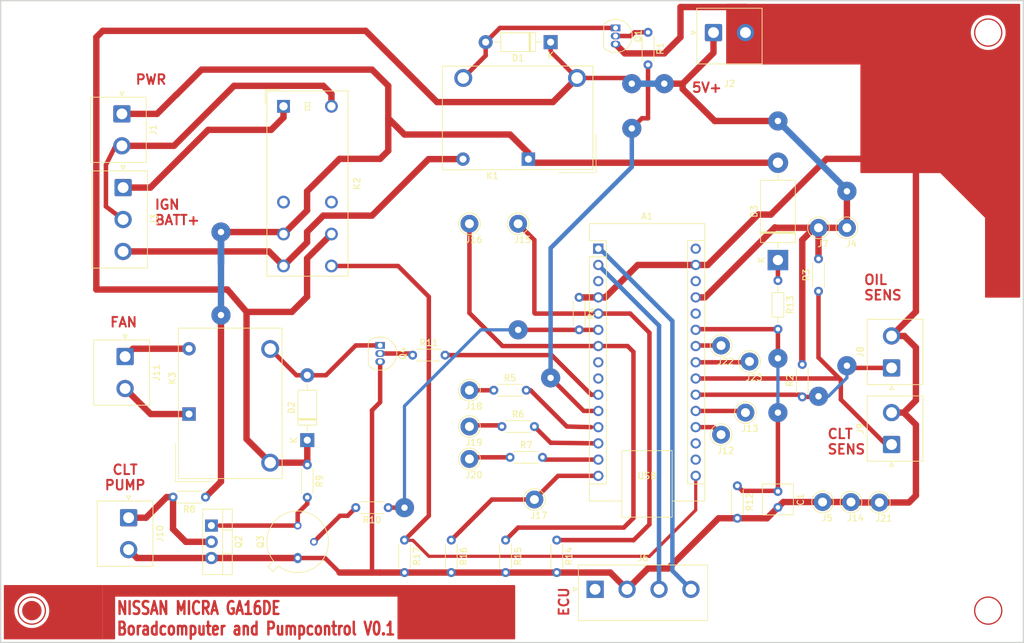
<source format=kicad_pcb>
(kicad_pcb (version 20241229) (generator "pcbnew") (generator_version "9.0")
  (layers (0 "F.Cu" signal) (2 "B.Cu" signal) (13 "F.Paste" user) (15 "B.Paste" user) (5 "F.SilkS" user "F.Silkscreen") (7 "B.SilkS" user "B.Silkscreen") (1 "F.Mask" user) (3 "B.Mask" user) (25 "Edge.Cuts" user))
  (net 0 "")
  (net 1 "+5V")
  (net 2 "/ECU RX")
  (net 3 "/ECU TX")
  (net 4 "GND")
  (net 5 "/Button 2")
  (net 9 "PWM Pump")
  (net 10 "/Oil Temp")
  (net 13 "/Status LED Blue")
  (net 14 "/Ign On")
  (net 15 "/Status LED Red")
  (net 17 "/Status LED Green")
  (net 18 "/Button 3")
  (net 19 "OUT Afterrun")
  (net 20 "/OLED B")
  (net 21 "/Button 1")
  (net 22 "/Ref High")
  (net 25 "/Water Temp")
  (net 26 "/BATT Vin")
  (net 27 "Fan")
  (net 28 "/Ref Low")
  (net 29 "/OLED A")
  (net 30 "Net-(D1-A)")
  (net 31 "Net-(D2-A)")
  (net 32 "Net-(D3-K)")
  (net 33 "+12V")
  (net 34 "/CHASSIS GROUND")
  (net 35 "/+12V BATT")
  (net 36 "/IGNITION")
  (net 38 "Net-(J10-Pin_1)")
  (net 39 "Net-(J11-Pin_1)")
  (net 40 "Net-(J11-Pin_2)")
  (net 41 "Net-(J18-Pin_1)")
  (net 42 "Net-(J19-Pin_1)")
  (net 43 "Net-(J20-Pin_1)")
  (net 46 "Net-(Q1-B)")
  (net 47 "Net-(Q2-G)")
  (net 48 "Net-(Q3-B)")
  (net 49 "Net-(Q4-B)")
  (footprint "Connector_JST:JST_NV_B02P-NV_1x02_P5.00mm_Vertical" (layer "F.Cu") (at 182.88 109.5 90)
    (property "Reference" "J9")
    (property "Value" "Conn_01x02")
  )
  (footprint "Resistor_THT:R_Axial_DIN0204_L3.6mm_D1.6mm_P5.08mm_Horizontal" (layer "F.Cu") (at 122.5 124.46 -90)
    (property "Reference" "R15")
    (property "Value" "10K")
  )
  (footprint "TestPoint:TestPoint_Loop_D2.60mm_Drill1.4mm_Beaded" (layer "F.Cu") (at 160.02 104.5)
    (property "Reference" "J13")
    (property "Value" "RV High")
  )
  (footprint "Resistor_THT:R_Axial_DIN0204_L3.6mm_D1.6mm_P5.08mm_Horizontal" (layer "F.Cu") (at 104.14 119.38 180)
    (property "Reference" "R10")
    (property "Value" "10K")
  )
  (footprint "Relay_THT:Relay_DPDT_Omron_G2RL-2" (layer "F.Cu") (at 87.7525 56.5425)
    (property "Reference" "K2")
    (property "Value" "G2RL-2")
  )
  (footprint "Resistor_THT:R_Axial_DIN0204_L3.6mm_D1.6mm_P5.08mm_Horizontal" (layer "F.Cu") (at 120.65 101)
    (property "Reference" "R5")
    (property "Value" "220")
  )
  (footprint "Resistor_THT:R_Axial_DIN0204_L3.6mm_D1.6mm_P5.08mm_Horizontal" (layer "F.Cu") (at 114 124.46 -90)
    (property "Reference" "R16")
    (property "Value" "10K")
  )
  (footprint "Resistor_THT:R_Axial_DIN0204_L3.6mm_D1.6mm_P5.08mm_Horizontal" (layer "F.Cu") (at 171.45 85.5 90)
    (property "Reference" "R3")
    (property "Value" "2K7")
  )
  (footprint "Diode_THT:D_DO-41_SOD81_P10.16mm_Horizontal" (layer "F.Cu") (at 91.47 108.81 90)
    (property "Reference" "D2")
    (property "Value" "1N4001")
  )
  (footprint "Connector_JST:JST_NV_B02P-NV_1x02_P5.00mm_Vertical" (layer "F.Cu") (at 63.52 120.9525 -90)
    (property "Reference" "J10")
    (property "Value" "Conn_01x02")
  )
  (footprint "TestPoint:TestPoint_Loop_D2.60mm_Drill1.4mm_Beaded" (layer "F.Cu") (at 176.53 118.5)
    (property "Reference" "J14")
    (property "Value" "GND")
  )
  (footprint "TestPoint:TestPoint_Loop_D2.60mm_Drill1.4mm_Beaded" (layer "F.Cu") (at 171.45 75.565)
    (property "Reference" "J7")
    (property "Value" "5V")
  )
  (footprint "TestPoint:TestPoint_Loop_D2.60mm_Drill1.4mm_Beaded" (layer "F.Cu") (at 172.085 118.5)
    (property "Reference" "J5")
    (property "Value" "GND")
  )
  (footprint "Package_TO_SOT_THT:TO-220-3_Vertical" (layer "F.Cu") (at 76.47 122.19 -90)
    (property "Reference" "Q2")
    (property "Value" "IRL520NPBF")
  )
  (footprint "Diode_THT:D_DO-41_SOD81_P10.16mm_Horizontal" (layer "F.Cu") (at 129.54 46.5 180)
    (property "Reference" "D1")
    (property "Value" "1N4001")
  )
  (footprint "TestPoint:TestPoint_Loop_D2.60mm_Drill1.4mm_Beaded" (layer "F.Cu") (at 116.84 101)
    (property "Reference" "J18")
    (property "Value" "RGB LED RED")
  )
  (footprint "TestPoint:TestPoint_Loop_D2.60mm_Drill1.4mm_Beaded" (layer "F.Cu") (at 124.46 74.93)
    (property "Reference" "J15")
    (property "Value" "Button 1")
  )
  (footprint "Package_TO_SOT_THT:TO-39-3" (layer "F.Cu") (at 89.97 127.27 90)
    (property "Reference" "Q3")
    (property "Value" "2N2222")
  )
  (footprint "Resistor_THT:R_Axial_DIN0204_L3.6mm_D1.6mm_P5.08mm_Horizontal" (layer "F.Cu") (at 134 86.46 -90)
    (property "Reference" "R4")
    (property "Value" "220")
  )
  (footprint "Connector_JST:JST_NV_B02P-NV_1x02_P5.00mm_Vertical" (layer "F.Cu") (at 182.88 97.5 90)
    (property "Reference" "J8")
    (property "Value" "Conn_01x02")
  )
  (footprint "Connector_JST:JST_NV_B02P-NV_1x02_P5.00mm_Vertical" (layer "F.Cu") (at 62.47 57.73 -90)
    (property "Reference" "J1")
    (property "Value" "Conn_01x02")
  )
  (footprint "Diode_THT:D_DO-201AD_P15.24mm_Horizontal" (layer "F.Cu") (at 165.1 80.62 90)
    (property "Reference" "D3")
    (property "Value" "SB530TA")
  )
  (footprint "THT_Relay:Relay_SPST_Zettler-AZSR131" (layer "F.Cu") (at 132.8525 64.1325 180)
    (property "Reference" "K1")
    (property "Value" "Relay_SPST-NO_AFE")
  )
  (footprint "THT_Relay:Relay_SPST_Zettler-AZSR131" (layer "F.Cu") (at 73.65 111.52 90)
    (property "Reference" "K3")
    (property "Value" "Relay_SPST-NO_AFE")
  )
  (footprint "Resistor_THT:R_Axial_DIN0204_L3.6mm_D1.6mm_P5.08mm_Horizontal" (layer "F.Cu") (at 75.55 117.73 180)
    (property "Reference" "R8")
    (property "Value" "10K")
  )
  (footprint "Resistor_THT:R_Axial_DIN0204_L3.6mm_D1.6mm_P5.08mm_Horizontal" (layer "F.Cu") (at 123.19 111.5)
    (property "Reference" "R7")
    (property "Value" "220")
  )
  (footprint "Resistor_THT:R_Axial_DIN0204_L3.6mm_D1.6mm_P5.08mm_Horizontal" (layer "F.Cu") (at 158.75 115.96 -90)
    (property "Reference" "R12")
    (property "Value" "10K")
  )
  (footprint "TestPoint:TestPoint_Loop_D2.60mm_Drill1.4mm_Beaded" (layer "F.Cu") (at 116.84 111.76)
    (property "Reference" "J20")
    (property "Value" "RGB LED BLUE")
  )
  (footprint "Resistor_THT:R_Axial_DIN0204_L3.6mm_D1.6mm_P5.08mm_Horizontal" (layer "F.Cu") (at 144.78 44.96 -90)
    (property "Reference" "R1")
    (property "Value" "10K")
  )
  (footprint "TestPoint:TestPoint_Loop_D2.60mm_Drill1.4mm_Beaded" (layer "F.Cu") (at 156.21 107.95)
    (property "Reference" "J12")
    (property "Value" "RV Low")
  )
  (footprint "Resistor_THT:R_Axial_DIN0204_L3.6mm_D1.6mm_P5.08mm_Horizontal" (layer "F.Cu") (at 107.95 95.5)
    (property "Reference" "R11")
    (property "Value" "10K")
  )
  (footprint "Resistor_THT:R_Axial_DIN0204_L3.6mm_D1.6mm_P5.08mm_Horizontal" (layer "F.Cu") (at 121.92 106.68)
    (property "Reference" "R6")
    (property "Value" "220")
  )
  (footprint "Connector_JST:JST_NV_B04P-NV_1x04_P5.00mm_Vertical" (layer "F.Cu") (at 136.5 132.165)
    (property "Reference" "J6")
    (property "Value" "Conn_01x04")
  )
  (footprint "Module:Arduino_Nano" (layer "F.Cu") (at 137 78.84)
    (property "Reference" "A1")
    (property "Value" "Arduino_Nano_v2.x")
  )
  (footprint "TestPoint:TestPoint_Loop_D2.60mm_Drill1.4mm_Beaded" (layer "F.Cu") (at 116.84 106.68)
    (property "Reference" "J19")
    (property "Value" "RGB LED GREEN")
  )
  (footprint "TestPoint:TestPoint_Loop_D2.60mm_Drill1.4mm_Beaded" (layer "F.Cu") (at 180.975 118.57)
    (property "Reference" "J21")
    (property "Value" "GND")
  )
  (footprint "Connector_JST:JST_NV_B03P-NV_1x03_P5.00mm_Vertical" (layer "F.Cu") (at 62.6575 69.2675 -90)
    (property "Reference" "J3")
    (property "Value" "Conn_01x03")
  )
  (footprint "Capacitor_THT:C_Rect_L4.6mm_W4.6mm_P2.50mm_MKS02_FKP02" (layer "F.Cu") (at 165.1 116.84 -90)
    (property "Reference" "C1")
    (property "Value" "0.22uF")
  )
  (footprint "TestPoint:TestPoint_Loop_D2.60mm_Drill1.4mm_Beaded" (layer "F.Cu") (at 160.655 96.5)
    (property "Reference" "J23")
    (property "Value" "OLED A")
  )
  (footprint "Connector_JST:JST_NV_B02P-NV_1x02_P5.00mm_Vertical" (layer "F.Cu") (at 155.02 45)
    (property "Reference" "J2")
    (property "Value" "Conn_01x02")
  )
  (footprint "Connector_JST:JST_NV_B02P-NV_1x02_P5.00mm_Vertical" (layer "F.Cu") (at 62.97 95.73 -90)
    (property "Reference" "J11")
    (property "Value" "Conn_01x02")
  )
  (footprint "Resistor_THT:R_Axial_DIN0204_L3.6mm_D1.6mm_P7.62mm_Horizontal" (layer "F.Cu") (at 165.1 83.82 -90)
    (property "Reference" "R13")
    (property "Value" "100K")
  )
  (footprint "Resistor_THT:R_Axial_DIN0204_L3.6mm_D1.6mm_P5.08mm_Horizontal" (layer "F.Cu") (at 106.68 124.46 -90)
    (property "Reference" "R17")
    (property "Value" "10K")
  )
  (footprint "TestPoint:TestPoint_Loop_D2.60mm_Drill1.4mm_Beaded" (layer "F.Cu") (at 116.84 74.93)
    (property "Reference" "J16")
    (property "Value" "Button 2")
  )
  (footprint "Resistor_THT:R_Axial_DIN0204_L3.6mm_D1.6mm_P5.08mm_Horizontal" (layer "F.Cu") (at 91.47 112.69 -90)
    (property "Reference" "R9")
    (property "Value" "10K")
  )
  (footprint "TestPoint:TestPoint_Loop_D2.60mm_Drill1.4mm_Beaded" (layer "F.Cu") (at 175.895 75.565)
    (property "Reference" "J4")
    (property "Value" "5V")
  )
  (footprint "Resistor_THT:R_Axial_DIN0204_L3.6mm_D1.6mm_P5.08mm_Horizontal" (layer "F.Cu") (at 130.5 124.46 -90)
    (property "Reference" "R14")
    (property "Value" "10K")
  )
  (footprint "TestPoint:TestPoint_Loop_D2.60mm_Drill1.4mm_Beaded" (layer "F.Cu") (at 156.21 94)
    (property "Reference" "J22")
    (property "Value" "OLED B")
  )
  (footprint "TestPoint:TestPoint_Loop_D2.60mm_Drill1.4mm_Beaded" (layer "F.Cu") (at 127 118.11)
    (property "Reference" "J17")
    (property "Value" "Button 3")
  )
  (footprint "Package_TO_SOT_THT:TO-92_Inline" (layer "F.Cu") (at 139.7 44.27 -90)
    (property "Reference" "Q1")
    (property "Value" "BC547")
  )
  (footprint "Resistor_THT:R_Axial_DIN0204_L3.6mm_D1.6mm_P5.08mm_Horizontal" (layer "F.Cu") (at 168.91 102.04 90)
    (property "Reference" "R2")
    (property "Value" "2K7")
  )
  (footprint "Package_TO_SOT_THT:TO-92_Inline" (layer "F.Cu") (at 102.87 93.98 -90)
    (property "Reference" "Q4")
    (property "Value" "BC547")
  )
  (gr_circle (center 198 45) (end 199.5 46.5) (stroke (width 0.2)) (fill no) (layer "F.Cu"))
  (gr_circle (center 198 135.5) (end 199.5 137) (stroke (width 0.2)) (fill no) (layer "F.Cu"))
  (gr_circle (center 48.37868 135.5) (end 49.87868 137) (stroke (width 0.2)) (fill no) (layer "F.Cu"))
  (gr_rect (start 43.5 40) (end 203.5 140.5) (stroke (width 0.2)) (fill no) (layer "Edge.Cuts"))
  (gr_text "NISSAN MICRA GA16DE \nBoradcomputer and Pumpcontrol V0.1" (at 61.5 139.5 0) (layer "F.Cu") (effects (font (size 2 1.5) (thickness 0.375) (bold yes)) (justify left bottom)))
  (gr_text "PWR" (at 64.47 53.23 0) (layer "F.Cu") (effects (font (size 1.5 1.5) (thickness 0.3) (bold yes)) (justify left bottom)))
  (gr_text "5V+" (at 151.5 54.5 0) (layer "F.Cu") (effects (font (size 1.5 1.5) (thickness 0.3) (bold yes)) (justify left bottom)))
  (gr_text "ECU" (at 132.5 136.525 90) (layer "F.Cu") (effects (font (size 1.5 1.5) (thickness 0.3) (bold yes)) (justify left bottom)))
  (gr_text "CLT\nPUMP" (at 62.97 116.73 0) (layer "F.Cu") (effects (font (size 1.5 1.5) (thickness 0.3) (bold yes)) (justify bottom)))
  (gr_text "IGN\nBATT+" (at 67.47 75.23 0) (layer "F.Cu") (effects (font (size 1.5 1.5) (thickness 0.3) (bold yes)) (justify left bottom)))
  (gr_text "FAN" (at 60.47 91.23 0) (layer "F.Cu") (effects (font (size 1.5 1.5) (thickness 0.3) (bold yes)) (justify left bottom)))
  (gr_text "OIL\nSENS" (at 178.435 86.995 0) (layer "F.Cu") (effects (font (size 1.5 1.5) (thickness 0.3) (bold yes)) (justify left bottom)))
  (gr_text "CLT\nSENS" (at 172.72 111.125 0) (layer "F.Cu") (effects (font (size 1.5 1.5) (thickness 0.3) (bold yes)) (justify left bottom)))
  (segment (start 155.02 45) (end 155.02 48.18) (width 1) (layer "F.Cu") (net 1))
  (segment (start 81.97 88.73) (end 78.97 85.23) (width 1) (layer "F.Cu") (net 1))
  (segment (start 164.695 75.565) (end 170.815 75.565) (width 1) (layer "F.Cu") (net 1))
  (segment (start 111.76 55.88) (end 129.905 55.88) (width 1) (layer "F.Cu") (net 1))
  (segment (start 81.97 108.64) (end 85.67 112.34) (width 1) (layer "F.Cu") (net 1))
  (segment (start 91.47 112.69) (end 91.47 108.81) (width 1) (layer "F.Cu") (net 1))
  (segment (start 164.63 75.5) (end 153.67 86.46) (width 1) (layer "F.Cu") (net 1))
  (segment (start 78.97 85.23) (end 58.47 85.23) (width 1) (layer "F.Cu") (net 1))
  (segment (start 142.24 53) (end 141.3525 52.1125) (width 0.7) (layer "F.Cu") (net 1))
  (segment (start 150.2 53.82162) (end 150.2 53) (width 1) (layer "F.Cu") (net 1))
  (segment (start 91.44 86.36) (end 89.07 88.73) (width 1) (layer "F.Cu") (net 1))
  (segment (start 91.12 112.34) (end 91.47 112.69) (width 1) (layer "F.Cu") (net 1))
  (segment (start 95.2525 76.5425) (end 91.44 80.355) (width 1) (layer "F.Cu") (net 1))
  (segment (start 175.895 69.85) (end 175.895 75.565) (width 1) (layer "F.Cu") (net 1))
  (segment (start 171.45 75.565) (end 171.45 80.42) (width 1) (layer "F.Cu") (net 1))
  (segment (start 58.47 45.73) (end 59.47 44.73) (width 1) (layer "F.Cu") (net 1))
  (segment (start 165.1 58.84) (end 155.21838 58.84) (width 1) (layer "F.Cu") (net 1))
  (segment (start 89.07 88.73) (end 81.97 88.73) (width 1) (layer "F.Cu") (net 1))
  (segment (start 168.91 96.96) (end 168.91 77.47) (width 1) (layer "F.Cu") (net 1))
  (segment (start 175.895 75.565) (end 171.45 75.565) (width 1) (layer "F.Cu") (net 1))
  (segment (start 170.815 75.565) (end 171.45 75.565) (width 1) (layer "F.Cu") (net 1))
  (segment (start 85.67 112.34) (end 91.12 112.34) (width 1) (layer "F.Cu") (net 1))
  (segment (start 155.02 48.18) (end 154.94 48.26) (width 0.2) (layer "F.Cu") (net 1))
  (segment (start 129.905 55.88) (end 133.6725 52.1125) (width 1) (layer "F.Cu") (net 1))
  (segment (start 129.54 46.5) (end 129.54 47.98) (width 0.7) (layer "F.Cu") (net 1))
  (segment (start 58.47 85.23) (end 58.47 45.73) (width 1) (layer "F.Cu") (net 1))
  (segment (start 155.21838 58.84) (end 150.2 53.82162) (width 1) (layer "F.Cu") (net 1))
  (segment (start 59.47 44.73) (end 100.61 44.73) (width 1) (layer "F.Cu") (net 1))
  (segment (start 129.54 47.98) (end 133.6725 52.1125) (width 0.7) (layer "F.Cu") (net 1))
  (segment (start 141.3525 52.1125) (end 133.6725 52.1125) (width 0.7) (layer "F.Cu") (net 1))
  (segment (start 164.63 75.5) (end 164.695 75.565) (width 1) (layer "F.Cu") (net 1))
  (segment (start 168.91 77.47) (end 170.815 75.565) (width 1) (layer "F.Cu") (net 1))
  (segment (start 152.24 86.46) (end 153.67 86.46) (width 1) (layer "F.Cu") (net 1))
  (segment (start 147.32 53) (end 150.2 53) (width 1) (layer "F.Cu") (net 1))
  (segment (start 81.97 88.73) (end 81.97 108.64) (width 1) (layer "F.Cu") (net 1))
  (segment (start 100.61 44.73) (end 111.76 55.88) (width 1) (layer "F.Cu") (net 1))
  (segment (start 150.2 53) (end 154.94 48.26) (width 1) (layer "F.Cu") (net 1))
  (segment (start 91.44 80.355) (end 91.44 86.36) (width 1) (layer "F.Cu") (net 1))
  (via (at 175.895 69.85) (size 3) (drill 1) (layers "F.Cu" "B.Cu") (net 1))
  (via (at 165.1 58.84) (size 3) (drill 1) (layers "F.Cu" "B.Cu") (net 1))
  (via (at 147.32 53) (size 3) (drill 1) (layers "F.Cu" "B.Cu") (net 1))
  (via (at 142.24 53) (size 3) (drill 1) (layers "F.Cu" "B.Cu") (net 1))
  (segment (start 175.895 69.635) (end 175.895 69.85) (width 1) (layer "B.Cu") (net 1))
  (segment (start 91.47 112.34) (end 91.47 112.69) (width 1) (layer "B.Cu") (net 1))
  (segment (start 165.1 58.84) (end 175.895 69.635) (width 1) (layer "B.Cu") (net 1))
  (segment (start 147.32 53) (end 142.24 53) (width 1) (layer "B.Cu") (net 1))
  (segment (start 146.5 132.165) (end 146.5 90.88) (width 0.7) (layer "B.Cu") (net 2))
  (segment (start 146.5 90.88) (end 137 81.38) (width 0.7) (layer "B.Cu") (net 2))
  (segment (start 148.59 129.255) (end 148.59 90.17) (width 0.7) (layer "B.Cu") (net 3))
  (segment (start 148.59 90.17) (end 137.26 78.84) (width 0.7) (layer "B.Cu") (net 3))
  (segment (start 137.26 78.84) (end 137 78.84) (width 0.7) (layer "B.Cu") (net 3))
  (segment (start 151.5 132.165) (end 148.59 129.255) (width 0.7) (layer "B.Cu") (net 3))
  (segment (start 186.69 106.405) (end 184.785 104.5) (width 1) (layer "F.Cu") (net 4))
  (segment (start 186.69 102.595) (end 186.69 94.32) (width 1) (layer "F.Cu") (net 4))
  (segment (start 165.1 119.34) (end 163.4 121.04) (width 1) (layer "F.Cu") (net 4))
  (segment (start 102.87 102.87) (end 101.6 104.14) (width 0.7) (layer "F.Cu") (net 4))
  (segment (start 101.6 104.14) (end 101.6 129.54) (width 0.7) (layer "F.Cu") (net 4))
  (segment (start 174.39 45) (end 160.02 45) (width 1) (layer "F.Cu") (net 4))
  (segment (start 106.68 129.54) (end 114 129.54) (width 1) (layer "F.Cu") (net 4))
  (segment (start 141.5 132.165) (end 144.76 128.905) (width 1) (layer "F.Cu") (net 4))
  (segment (start 184.87 92.5) (end 182.88 92.5) (width 1) (layer "F.Cu") (net 4))
  (segment (start 180.975 118.57) (end 176.6 118.57) (width 1) (layer "F.Cu") (net 4))
  (segment (start 144.76 128.905) (end 147.955 128.905) (width 1) (layer "F.Cu") (net 4))
  (segment (start 165.94 118.5) (end 172.085 118.5) (width 1) (layer "F.Cu") (net 4))
  (segment (start 185.595 118.57) (end 186.69 117.475) (width 1) (layer "F.Cu") (net 4))
  (segment (start 176.6 118.57) (end 176.53 118.5) (width 1) (layer "F.Cu") (net 4))
  (segment (start 152.24 81.38) (end 154.12 81.38) (width 1) (layer "F.Cu") (net 4))
  (segment (start 186.69 117.475) (end 186.69 106.405) (width 1) (layer "F.Cu") (net 4))
  (segment (start 94.25 127.27) (end 96.52 129.54) (width 0.7) (layer "F.Cu") (net 4))
  (segment (start 63.5833 126.0158) (end 63.52 125.9525) (width 1) (layer "F.Cu") (net 4))
  (segment (start 179 65) (end 180 66) (width 1) (layer "F.Cu") (net 4))
  (segment (start 149.86 41) (end 160.02 41) (width 1) (layer "F.Cu") (net 4))
  (segment (start 180.975 118.57) (end 185.595 118.57) (width 1) (layer "F.Cu") (net 4))
  (segment (start 179 49.61) (end 174.39 45) (width 1) (layer "F.Cu") (net 4))
  (segment (start 154.12 81.38) (end 162 73.5) (width 1) (layer "F.Cu") (net 4))
  (segment (start 186.69 88.69) (end 182.88 92.5) (width 1) (layer "F.Cu") (net 4))
  (segment (start 163.99 73.5) (end 172.72 64.77) (width 1) (layer "F.Cu") (net 4))
  (segment (start 114 129.54) (end 122.5 129.54) (width 1) (layer "F.Cu") (net 4))
  (segment (start 160.02 41) (end 160.02 45) (width 1) (layer "F.Cu") (net 4))
  (segment (start 155.82 121.04) (end 158.75 121.04) (width 1) (layer "F.Cu") (net 4))
  (segment (start 186.69 94.32) (end 184.87 92.5) (width 1) (layer "F.Cu") (net 4))
  (segment (start 101.6 129.54) (end 96.52 129.54) (width 1) (layer "F.Cu") (net 4))
  (segment (start 179 65) (end 179 49.61) (width 1) (layer "F.Cu") (net 4))
  (segment (start 182.88 104.5) (end 184.785 104.5) (width 1) (layer "F.Cu") (net 4))
  (segment (start 143.1817 81.38) (end 152.24 81.38) (width 1) (layer "F.Cu") (net 4))
  (segment (start 172.085 118.5) (end 176.53 118.5) (width 1) (layer "F.Cu") (net 4))
  (segment (start 139.7 46.81) (end 141.15 48.26) (width 1) (layer "F.Cu") (net 4))
  (segment (start 76.47 127.27) (end 64.8375 127.27) (width 1) (layer "F.Cu") (net 4))
  (segment (start 162 73.5) (end 163.99 73.5) (width 1) (layer "F.Cu") (net 4))
  (segment (start 89.97 127.27) (end 94.25 127.27) (width 0.7) (layer "F.Cu") (net 4))
  (segment (start 180 66) (end 186.69 66) (width 1) (layer "F.Cu") (net 4))
  (segment (start 147.32 48.26) (end 149.86 45.72) (width 1) (layer "F.Cu") (net 4))
  (segment (start 76.47 127.27) (end 89.97 127.27) (width 1) (layer "F.Cu") (net 4))
  (segment (start 138.875 129.54) (end 141.5 132.165) (width 1) (layer "F.Cu") (net 4))
  (segment (start 184.785 104.5) (end 186.69 102.595) (width 1) (layer "F.Cu") (net 4))
  (segment (start 106.68 129.54) (end 102.87 129.54) (width 1) (layer "F.Cu") (net 4))
  (segment (start 165.1 119.34) (end 165.94 118.5) (width 1) (layer "F.Cu") (net 4))
  (segment (start 102.87 96.52) (end 102.87 102.87) (width 0.7) (layer "F.Cu") (net 4))
  (segment (start 178.77 64.77) (end 179 65) (width 1) (layer "F.Cu") (net 4))
  (segment (start 137 86.46) (end 138.1017 86.46) (width 1) (layer "F.Cu") (net 4))
  (segment (start 102.87 129.54) (end 101.6 129.54) (width 1) (layer "F.Cu") (net 4))
  (segment (start 141.15 48.26) (end 147.32 48.26) (width 1) (layer "F.Cu") (net 4))
  (segment (start 147.955 128.905) (end 155.82 121.04) (width 1) (layer "F.Cu") (net 4))
  (segment (start 137 86.46) (end 134 86.46) (width 1) (layer "F.Cu") (net 4))
  (segment (start 64.8375 127.27) (end 63.52 125.9525) (width 1) (layer "F.Cu") (net 4))
  (segment (start 172.72 64.77) (end 178.77 64.77) (width 1) (layer "F.Cu") (net 4))
  (segment (start 149.86 45.72) (end 149.86 41) (width 1) (layer "F.Cu") (net 4))
  (segment (start 130.5 129.54) (end 138.875 129.54) (width 1) (layer "F.Cu") (net 4))
  (segment (start 130.5 129.54) (end 122.5 129.54) (width 1) (layer "F.Cu") (net 4))
  (segment (start 163.4 121.04) (end 158.75 121.04) (width 1) (layer "F.Cu") (net 4))
  (segment (start 138.1017 86.46) (end 143.1817 81.38) (width 1) (layer "F.Cu") (net 4))
  (segment (start 186.69 66) (end 186.69 88.69) (width 1) (layer "F.Cu") (net 4))
  (segment (start 124.46 122.5) (end 122.5 124.46) (width 0.7) (layer "F.Cu") (net 5))
  (segment (start 116.84 88.9) (end 116.84 74.93) (width 0.7) (layer "F.Cu") (net 5))
  (segment (start 141 122.5) (end 124.46 122.5) (width 0.7) (layer "F.Cu") (net 5))
  (segment (start 141.58 94.08) (end 142.5 95) (width 0.7) (layer "F.Cu") (net 5))
  (segment (start 142.5 121) (end 141 122.5) (width 0.7) (layer "F.Cu") (net 5))
  (segment (start 137 94.08) (end 141.58 94.08) (width 0.7) (layer "F.Cu") (net 5))
  (segment (start 142.5 95) (end 142.5 121) (width 0.7) (layer "F.Cu") (net 5))
  (segment (start 122.02 94.08) (end 116.84 88.9) (width 0.7) (layer "F.Cu") (net 5))
  (segment (start 137 94.08) (end 122.02 94.08) (width 0.7) (layer "F.Cu") (net 5))
  (segment (start 104.14 119.38) (end 106.68 119.38) (width 0.7) (layer "F.Cu") (net 9))
  (segment (start 124.46 91.54) (end 137 91.54) (width 0.7) (layer "F.Cu") (net 9))
  (via (at 124.46 91.54) (size 3) (drill 1) (layers "F.Cu" "B.Cu") (net 9))
  (via (at 106.68 119.38) (size 3) (drill 1) (layers "F.Cu" "B.Cu") (net 9))
  (segment (start 106.68 103.476346) (end 118.616346 91.54) (width 0.5) (layer "B.Cu") (net 9))
  (segment (start 106.68 119.38) (end 106.68 103.476346) (width 0.5) (layer "B.Cu") (net 9))
  (segment (start 118.616346 91.54) (end 124.46 91.54) (width 0.5) (layer "B.Cu") (net 9))
  (segment (start 152.24 101.7) (end 168.57 101.7) (width 0.7) (layer "F.Cu") (net 10))
  (segment (start 176.24 97.5) (end 182.88 97.5) (width 0.7) (layer "F.Cu") (net 10))
  (segment (start 168.91 102.04) (end 171.355 102.04) (width 0.7) (layer "F.Cu") (net 10))
  (segment (start 168.57 101.7) (end 168.91 102.04) (width 0.7) (layer "F.Cu") (net 10))
  (segment (start 175.895 97.155) (end 176.24 97.5) (width 0.7) (layer "F.Cu") (net 10))
  (segment (start 171.355 102.04) (end 171.45 101.945) (width 0.7) (layer "F.Cu") (net 10))
  (via (at 175.895 97.155) (size 3) (drill 1) (layers "F.Cu" "B.Cu") (net 10))
  (via (at 171.45 101.945) (size 3) (drill 1) (layers "F.Cu" "B.Cu") (net 10))
  (segment (start 173.01 101.945) (end 171.45 101.945) (width 0.5) (layer "B.Cu") (net 10))
  (segment (start 175.895 97.155) (end 175.895 99.06) (width 0.5) (layer "B.Cu") (net 10))
  (segment (start 175.895 99.06) (end 173.01 101.945) (width 0.5) (layer "B.Cu") (net 10))
  (segment (start 128.63 111.86) (end 128.27 111.5) (width 0.7) (layer "F.Cu") (net 13))
  (segment (start 137 111.86) (end 128.63 111.86) (width 0.7) (layer "F.Cu") (net 13))
  (segment (start 110.5 127) (end 108 124.5) (width 0.5) (layer "F.Cu") (net 14))
  (segment (start 110.49 86.36) (end 110.49 120.65) (width 0.7) (layer "F.Cu") (net 14))
  (segment (start 152.24 119.76) (end 145 127) (width 0.5) (layer "F.Cu") (net 14))
  (segment (start 110.49 120.65) (end 106.68 124.46) (width 0.7) (layer "F.Cu") (net 14))
  (segment (start 152.24 114.4) (end 152.24 119.76) (width 0.5) (layer "F.Cu") (net 14))
  (segment (start 95.2525 81.5425) (end 105.6725 81.5425) (width 0.7) (layer "F.Cu") (net 14))
  (segment (start 107 124.5) (end 106.96 124.46) (width 0.5) (layer "F.Cu") (net 14))
  (segment (start 105.6725 81.5425) (end 110.49 86.36) (width 0.7) (layer "F.Cu") (net 14))
  (segment (start 108 124.5) (end 107 124.5) (width 0.5) (layer "F.Cu") (net 14))
  (segment (start 106.96 124.46) (end 106.68 124.46) (width 0.5) (layer "F.Cu") (net 14))
  (segment (start 145 127) (end 110.5 127) (width 0.5) (layer "F.Cu") (net 14))
  (segment (start 126.4 101) (end 132.08 106.68) (width 0.7) (layer "F.Cu") (net 15))
  (segment (start 137 106.78) (end 135.8983 106.78) (width 0.2) (layer "F.Cu") (net 15))
  (segment (start 132.08 106.68) (end 135.8983 106.78) (width 0.7) (layer "F.Cu") (net 15))
  (segment (start 125.73 101) (end 126.4 101) (width 0.7) (layer "F.Cu") (net 15))
  (segment (start 127 106.68) (end 129.54 109.22) (width 0.7) (layer "F.Cu") (net 17))
  (segment (start 129.54 109.22) (end 137 109.32) (width 0.7) (layer "F.Cu") (net 17))
  (segment (start 114 124.46) (end 120.35 118.11) (width 0.7) (layer "F.Cu") (net 18))
  (segment (start 137 114.4) (end 130.71 114.4) (width 0.7) (layer "F.Cu") (net 18))
  (segment (start 130.71 114.4) (end 127 118.11) (width 0.7) (layer "F.Cu") (net 18))
  (segment (start 120.35 118.11) (end 127 118.11) (width 0.7) (layer "F.Cu") (net 18))
  (segment (start 137 104.24) (end 134.72 104.24) (width 0.7) (layer "F.Cu") (net 19))
  (segment (start 143.82 58.42) (end 142.24 60) (width 0.7) (layer "F.Cu") (net 19))
  (segment (start 144.78 50.04) (end 144.78 58.42) (width 0.7) (layer "F.Cu") (net 19))
  (segment (start 134.72 104.24) (end 128.98 98.5) (width 0.7) (layer "F.Cu") (net 19))
  (segment (start 144.78 58.42) (end 143.82 58.42) (width 0.7) (layer "F.Cu") (net 19))
  (via (at 142.24 60) (size 3) (drill 1) (layers "F.Cu" "B.Cu") (net 19))
  (via (at 129.54 99.06) (size 3) (drill 1) (layers "F.Cu" "B.Cu") (net 19))
  (segment (start 129.54 99.06) (end 129.54 78.74) (width 0.7) (layer "B.Cu") (net 19))
  (segment (start 142.24 66.04) (end 142.24 60) (width 0.7) (layer "B.Cu") (net 19))
  (segment (start 129.54 78.74) (end 142.24 66.04) (width 0.7) (layer "B.Cu") (net 19))
  (segment (start 152.32 94) (end 152.24 94.08) (width 0.7) (layer "F.Cu") (net 20))
  (segment (start 156.21 94) (end 152.32 94) (width 0.7) (layer "F.Cu") (net 20))
  (segment (start 142 89) (end 145 92) (width 0.7) (layer "F.Cu") (net 21))
  (segment (start 145 122) (end 142.5 124.5) (width 0.7) (layer "F.Cu") (net 21))
  (segment (start 142.46 124.46) (end 130.5 124.46) (width 0.7) (layer "F.Cu") (net 21))
  (segment (start 127 88.9) (end 127 77.47) (width 0.7) (layer "F.Cu") (net 21))
  (segment (start 137 89) (end 142 89) (width 0.7) (layer "F.Cu") (net 21))
  (segment (start 145 92) (end 145 122) (width 0.7) (layer "F.Cu") (net 21))
  (segment (start 127 77.47) (end 124.46 74.93) (width 0.7) (layer "F.Cu") (net 21))
  (segment (start 127.1 89) (end 127 88.9) (width 0.2) (layer "F.Cu") (net 21))
  (segment (start 137 89) (end 127.1 89) (width 0.7) (layer "F.Cu") (net 21))
  (segment (start 159.76 104.24) (end 160.02 104.5) (width 0.7) (layer "F.Cu") (net 22))
  (segment (start 152.24 104.24) (end 159.76 104.24) (width 0.7) (layer "F.Cu") (net 22))
  (segment (start 174.9425 102.444776) (end 174.9425 99.3775) (width 0.7) (layer "F.Cu") (net 25))
  (segment (start 181.997724 109.5) (end 174.9425 102.444776) (width 0.7) (layer "F.Cu") (net 25))
  (segment (start 152.24 99.16) (end 174.725 99.16) (width 0.7) (layer "F.Cu") (net 25))
  (segment (start 182.88 109.5) (end 181.997724 109.5) (width 0.7) (layer "F.Cu") (net 25))
  (segment (start 171.45 95.885) (end 171.45 85.5) (width 0.7) (layer "F.Cu") (net 25))
  (segment (start 174.725 99.16) (end 174.9425 99.3775) (width 0.7) (layer "F.Cu") (net 25))
  (segment (start 182.88 109.5) (end 183.16 109.22) (width 0.7) (layer "F.Cu") (net 25))
  (segment (start 174.9425 99.3775) (end 171.45 95.885) (width 0.7) (layer "F.Cu") (net 25))
  (segment (start 159.54 116.75) (end 158.75 115.96) (width 0.7) (layer "F.Cu") (net 26))
  (segment (start 165.01 116.75) (end 159.54 116.75) (width 0.7) (layer "F.Cu") (net 26))
  (segment (start 152.34 91.44) (end 152.24 91.54) (width 0.7) (layer "F.Cu") (net 26))
  (segment (start 165.1 91.44) (end 152.34 91.44) (width 0.7) (layer "F.Cu") (net 26))
  (segment (start 165.1 116.84) (end 165.01 116.75) (width 0.7) (layer "F.Cu") (net 26))
  (segment (start 165.1 91.44) (end 165.1 96) (width 0.7) (layer "F.Cu") (net 26))
  (segment (start 165.1 104.5) (end 165.1 116.84) (width 0.7) (layer "F.Cu") (net 26))
  (via (at 165.1 96) (size 3) (drill 1) (layers "F.Cu" "B.Cu") (net 26))
  (via (at 165.1 104.5) (size 3) (drill 1) (layers "F.Cu" "B.Cu") (net 26))
  (segment (start 165.1 104.5) (end 165.1 96) (width 0.5) (layer "B.Cu") (net 26))
  (segment (start 129.6983 95.5) (end 113.03 95.5) (width 0.7) (layer "F.Cu") (net 27))
  (segment (start 135.8983 101.7) (end 129.6983 95.5) (width 0.7) (layer "F.Cu") (net 27))
  (segment (start 137 101.7) (end 135.8983 101.7) (width 0.7) (layer "F.Cu") (net 27))
  (segment (start 155.04 106.78) (end 156.21 107.95) (width 0.7) (layer "F.Cu") (net 28))
  (segment (start 152.24 106.78) (end 155.04 106.78) (width 0.7) (layer "F.Cu") (net 28))
  (segment (start 152.36 96.5) (end 152.24 96.62) (width 0.7) (layer "F.Cu") (net 29))
  (segment (start 160.535 96.62) (end 160.655 96.5) (width 0.7) (layer "F.Cu") (net 29))
  (segment (start 152.24 96.62) (end 160.535 96.62) (width 0.7) (layer "F.Cu") (net 29))
  (segment (start 139.7 44.27) (end 121.61 44.27) (width 0.7) (layer "F.Cu") (net 30))
  (segment (start 121.61 44.27) (end 119.38 46.5) (width 0.7) (layer "F.Cu") (net 30))
  (segment (start 119.38 48.605) (end 115.8725 52.1125) (width 0.7) (layer "F.Cu") (net 30))
  (segment (start 119.38 46.5) (end 119.38 48.605) (width 0.7) (layer "F.Cu") (net 30))
  (segment (start 102.87 93.98) (end 99.06 93.98) (width 0.7) (layer "F.Cu") (net 31))
  (segment (start 85.67 94.54) (end 89.78 98.65) (width 0.7) (layer "F.Cu") (net 31))
  (segment (start 94.39 98.65) (end 91.47 98.65) (width 0.7) (layer "F.Cu") (net 31))
  (segment (start 92.39 98.65) (end 92.45 98.59) (width 0.5) (layer "F.Cu") (net 31))
  (segment (start 89.78 98.65) (end 91.47 98.65) (width 0.7) (layer "F.Cu") (net 31))
  (segment (start 91.47 98.65) (end 92.39 98.65) (width 0.5) (layer "F.Cu") (net 31))
  (segment (start 99.06 93.98) (end 94.39 98.65) (width 0.7) (layer "F.Cu") (net 31))
  (segment (start 85.67 94.54) (end 85.9583 94.54) (width 0.2) (layer "B.Cu") (net 31))
  (segment (start 165.1 80.62) (end 165.1 83.82) (width 0.7) (layer "F.Cu") (net 32))
  (segment (start 102.87 64.77) (end 96.52 64.77) (width 1) (layer "F.Cu") (net 33))
  (segment (start 71 54.73) (end 74.93 50.8) (width 1) (layer "F.Cu") (net 33))
  (segment (start 62.47 57.73) (end 67.97 57.73) (width 1) (layer "F.Cu") (net 33))
  (segment (start 101.6 50.8) (end 104.14 53.34) (width 1) (layer "F.Cu") (net 33))
  (segment (start 104.14 63.5) (end 102.87 64.77) (width 1) (layer "F.Cu") (net 33))
  (segment (start 91.44 69.85) (end 91.44 72.855) (width 1) (layer "F.Cu") (net 33))
  (segment (start 91.44 72.855) (end 87.7525 76.5425) (width 1) (layer "F.Cu") (net 33))
  (segment (start 70.97 54.73) (end 71 54.73) (width 1) (layer "F.Cu") (net 33))
  (segment (start 74.93 50.8) (end 101.6 50.8) (width 1) (layer "F.Cu") (net 33))
  (segment (start 77.97 76.23) (end 78.42 76.68) (width 1) (layer "F.Cu") (net 33))
  (segment (start 123.19 60.96) (end 126.0625 63.8325) (width 1) (layer "F.Cu") (net 33))
  (segment (start 77.97 76.23) (end 87.44 76.23) (width 1) (layer "F.Cu") (net 33))
  (segment (start 104.14 58.42) (end 106.68 60.96) (width 1) (layer "F.Cu") (net 33))
  (segment (start 67.97 57.73) (end 70.97 54.73) (width 1) (layer "F.Cu") (net 33))
  (segment (start 165.1 65.38) (end 126.63 65.38) (width 1) (layer "F.Cu") (net 33))
  (segment (start 126.63 65.38) (end 126.0625 64.8125) (width 1) (layer "F.Cu") (net 33))
  (segment (start 104.14 58.42) (end 104.14 63.5) (width 1) (layer "F.Cu") (net 33))
  (segment (start 106.68 60.96) (end 123.19 60.96) (width 1) (layer "F.Cu") (net 33))
  (segment (start 87.44 76.23) (end 87.7525 76.5425) (width 1) (layer "F.Cu") (net 33))
  (segment (start 77.97 115.31) (end 77.97 89.23) (width 1) (layer "F.Cu") (net 33))
  (segment (start 126.0625 63.8325) (end 126.0625 64.8125) (width 1) (layer "F.Cu") (net 33))
  (segment (start 104.14 53.34) (end 104.14 58.42) (width 1) (layer "F.Cu") (net 33))
  (segment (start 96.52 64.77) (end 91.44 69.85) (width 1) (layer "F.Cu") (net 33))
  (segment (start 75.55 117.73) (end 77.97 115.31) (width 1) (layer "F.Cu") (net 33))
  (via (at 77.97 76.23) (size 3) (drill 1) (layers "F.Cu" "B.Cu") (net 33))
  (via (at 77.97 89.23) (size 3) (drill 1) (layers "F.Cu" "B.Cu") (net 33))
  (segment (start 77.97 77.23) (end 77.97 81.23) (width 1) (layer "B.Cu") (net 33))
  (segment (start 77.97 81.23) (end 77.97 76.23) (width 1) (layer "B.Cu") (net 33))
  (segment (start 77.97 89.23) (end 77.97 77.23) (width 1) (layer "B.Cu") (net 33))
  (segment (start 80.01 53.34) (end 93.98 53.34) (width 1) (layer "F.Cu") (net 34))
  (segment (start 62.6575 74.2675) (end 59.97 72.23) (width 0.7) (layer "F.Cu") (net 34))
  (segment (start 95.2525 54.6125) (end 95.2525 56.5425) (width 1) (layer "F.Cu") (net 34))
  (segment (start 70.62 62.73) (end 80.01 53.34) (width 1) (layer "F.Cu") (net 34))
  (segment (start 59.97 72.23) (end 59.97 65.73) (width 0.7) (layer "F.Cu") (net 34))
  (segment (start 59.97 65.73) (end 61.47 62.73) (width 0.7) (layer "F.Cu") (net 34))
  (segment (start 93.98 53.34) (end 95.2525 54.6125) (width 1) (layer "F.Cu") (net 34))
  (segment (start 61.47 62.73) (end 62.47 62.73) (width 0.5) (layer "F.Cu") (net 34))
  (segment (start 62.47 62.73) (end 70.62 62.73) (width 1) (layer "F.Cu") (net 34))
  (segment (start 87.7525 81.5425) (end 91.44 77.855) (width 1) (layer "F.Cu") (net 35))
  (segment (start 91.44 77.855) (end 91.44 76.2) (width 1) (layer "F.Cu") (net 35))
  (segment (start 110.4475 64.8125) (end 115.8325 64.8125) (width 1) (layer "F.Cu") (net 35))
  (segment (start 85.4775 79.2675) (end 87.7525 81.5425) (width 1) (layer "F.Cu") (net 35))
  (segment (start 91.44 76.2) (end 93.98 73.66) (width 1) (layer "F.Cu") (net 35))
  (segment (start 93.98 73.66) (end 101.6 73.66) (width 1) (layer "F.Cu") (net 35))
  (segment (start 62.6575 79.2675) (end 85.4775 79.2675) (width 1) (layer "F.Cu") (net 35))
  (segment (start 101.6 73.66) (end 110.4475 64.8125) (width 1) (layer "F.Cu") (net 35))
  (segment (start 87.7525 58.2975) (end 87.7525 56.5425) (width 1) (layer "F.Cu") (net 36))
  (segment (start 75.97 60.23) (end 85.82 60.23) (width 1) (layer "F.Cu") (net 36))
  (segment (start 85.82 60.23) (end 87.7525 58.2975) (width 1) (layer "F.Cu") (net 36))
  (segment (start 62.6575 69.2675) (end 66.9325 69.2675) (width 1) (layer "F.Cu") (net 36))
  (segment (start 66.9325 69.2675) (end 75.97 60.23) (width 1) (layer "F.Cu") (net 36))
  (segment (start 70.47 122.73) (end 72.47 124.73) (width 1) (layer "F.Cu") (net 38))
  (segment (start 72.47 124.73) (end 76.47 124.73) (width 1) (layer "F.Cu") (net 38))
  (segment (start 70.47 117.73) (end 70.47 122.73) (width 1) (layer "F.Cu") (net 38))
  (segment (start 63.52 120.9525) (end 66.2458 120.9525) (width 1) (layer "F.Cu") (net 38))
  (segment (start 66.2458 120.9525) (end 69.4683 117.73) (width 1) (layer "F.Cu") (net 38))
  (segment (start 70.47 117.73) (end 69.4683 117.73) (width 1) (layer "F.Cu") (net 38))
  (segment (start 72.97 94.5) (end 64.2 94.5) (width 1) (layer "F.Cu") (net 39))
  (segment (start 64.2 94.5) (end 62.97 95.73) (width 1) (layer "F.Cu") (net 39))
  (segment (start 66.97 104.73) (end 62.97 100.73) (width 1) (layer "F.Cu") (net 40))
  (segment (start 72.97 104.73) (end 66.97 104.73) (width 1) (layer "F.Cu") (net 40))
  (segment (start 120.65 101) (end 116.84 101) (width 0.7) (layer "F.Cu") (net 41))
  (segment (start 117.02 106.5) (end 116.84 106.68) (width 0.7) (layer "F.Cu") (net 42))
  (segment (start 121.92 106.68) (end 121.74 106.5) (width 0.7) (layer "F.Cu") (net 42))
  (segment (start 121.74 106.5) (end 117.02 106.5) (width 0.7) (layer "F.Cu") (net 42))
  (segment (start 123.19 111.5) (end 117.1 111.5) (width 0.7) (layer "F.Cu") (net 43))
  (segment (start 117.1 111.5) (end 116.84 111.76) (width 0.7) (layer "F.Cu") (net 43))
  (segment (start 142.06 45.54) (end 139.7 45.54) (width 0.7) (layer "F.Cu") (net 46))
  (segment (start 142.06 45.54) (end 142.64 44.96) (width 0.7) (layer "F.Cu") (net 46))
  (segment (start 142.64 44.96) (end 144.78 44.96) (width 0.7) (layer "F.Cu") (net 46))
  (segment (start 89.97 122.19) (end 89.97 120.2717) (width 0.7) (layer "F.Cu") (net 47))
  (segment (start 76.47 122.19) (end 77.7717 122.19) (width 0.2) (layer "F.Cu") (net 47))
  (segment (start 89.97 120.2717) (end 91.47 118.7717) (width 0.7) (layer "F.Cu") (net 47))
  (segment (start 89.97 122.19) (end 77.7717 122.19) (width 0.7) (layer "F.Cu") (net 47))
  (segment (start 91.47 117.77) (end 91.47 118.7717) (width 0.7) (layer "F.Cu") (net 47))
  (segment (start 99.06 119.38) (end 97.79 120.65) (width 0.7) (layer "F.Cu") (net 48))
  (segment (start 96.59 120.65) (end 92.51 124.73) (width 0.7) (layer "F.Cu") (net 48))
  (segment (start 97.79 120.65) (end 96.59 120.65) (width 0.7) (layer "F.Cu") (net 48))
  (segment (start 107.7 95.25) (end 107.95 95.5) (width 0.7) (layer "F.Cu") (net 49))
  (segment (start 102.87 95.25) (end 107.7 95.25) (width 0.7) (layer "F.Cu") (net 49))
  (zone (net 0) (net_name "") (layer "F.Cu") (priority 2) (connect_pads (clearance 0.5)) (min_thickness 0.25) (fill yes (thermal_gap 0.5) (thermal_bridge_width 0.5) (island_removal_mode 1) (island_area_min 10))
    (polygon (pts (xy 59.5 140.5) (xy 59.5 131.5) (xy 124 131.5) (xy 124 140.5)))
  )
  (zone (net 0) (net_name "") (layer "F.Cu") (priority 3) (connect_pads (clearance 0.5)) (min_thickness 0.25) (fill yes (thermal_gap 0.5) (thermal_bridge_width 0.5) (island_removal_mode 1) (island_area_min 10))
    (polygon (pts (xy 59.5 131.5) (xy 43.5 131.5) (xy 43.5 140.5) (xy 59.5 140.5)))
  )
  (zone (net 4) (net_name "GND") (layer "F.Cu") (connect_pads (clearance 0.5)) (min_thickness 0.25) (fill yes (thermal_gap 0.5) (thermal_bridge_width 0.5))
    (polygon (pts (xy 157 50) (xy 157 40) (xy 203.5 40) (xy 203.5 86.5) (xy 197.5 86.5) (xy 197.5 74) (xy 190.5 67) (xy 178 67) (xy 178 50) (xy 177 50)))
  )
)
</source>
